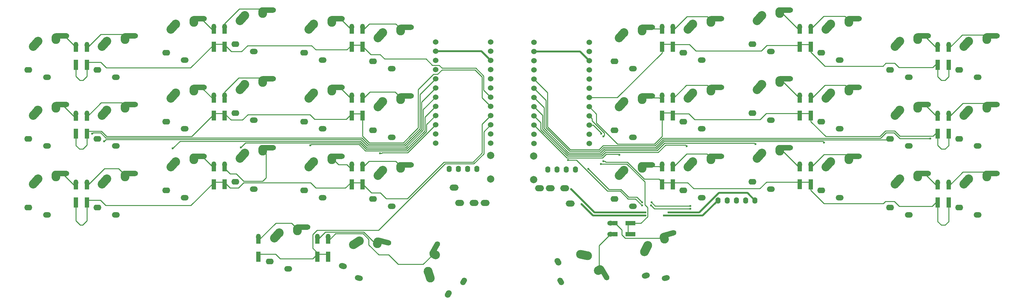
<source format=gbl>
G04 #@! TF.GenerationSoftware,KiCad,Pcbnew,(6.0.8-1)-1*
G04 #@! TF.CreationDate,2023-02-08T14:44:23+02:00*
G04 #@! TF.ProjectId,corne-light,636f726e-652d-46c6-9967-68742e6b6963,2.0*
G04 #@! TF.SameCoordinates,Original*
G04 #@! TF.FileFunction,Copper,L2,Bot*
G04 #@! TF.FilePolarity,Positive*
%FSLAX46Y46*%
G04 Gerber Fmt 4.6, Leading zero omitted, Abs format (unit mm)*
G04 Created by KiCad (PCBNEW (6.0.8-1)-1) date 2023-02-08 14:44:23*
%MOMM*%
%LPD*%
G01*
G04 APERTURE LIST*
G04 Aperture macros list*
%AMHorizOval*
0 Thick line with rounded ends*
0 $1 width*
0 $2 $3 position (X,Y) of the first rounded end (center of the circle)*
0 $4 $5 position (X,Y) of the second rounded end (center of the circle)*
0 Add line between two ends*
20,1,$1,$2,$3,$4,$5,0*
0 Add two circle primitives to create the rounded ends*
1,1,$1,$2,$3*
1,1,$1,$4,$5*%
G04 Aperture macros list end*
G04 #@! TA.AperFunction,ComponentPad*
%ADD10HorizOval,2.400000X-0.453990X-0.891007X0.453990X0.891007X0*%
G04 #@! TD*
G04 #@! TA.AperFunction,ComponentPad*
%ADD11HorizOval,1.600000X0.289778X0.077646X-0.289778X-0.077646X0*%
G04 #@! TD*
G04 #@! TA.AperFunction,ComponentPad*
%ADD12C,2.400000*%
G04 #@! TD*
G04 #@! TA.AperFunction,ComponentPad*
%ADD13HorizOval,1.500000X0.338074X0.090587X-0.338074X-0.090587X0*%
G04 #@! TD*
G04 #@! TA.AperFunction,ComponentPad*
%ADD14HorizOval,2.400000X-0.071175X0.265630X0.071175X-0.265630X0*%
G04 #@! TD*
G04 #@! TA.AperFunction,ComponentPad*
%ADD15HorizOval,1.500000X1.397264X0.387496X-1.397264X-0.387496X0*%
G04 #@! TD*
G04 #@! TA.AperFunction,ComponentPad*
%ADD16O,2.500000X1.700000*%
G04 #@! TD*
G04 #@! TA.AperFunction,ComponentPad*
%ADD17C,2.000000*%
G04 #@! TD*
G04 #@! TA.AperFunction,ComponentPad*
%ADD18O,2.200000X1.600000*%
G04 #@! TD*
G04 #@! TA.AperFunction,ComponentPad*
%ADD19HorizOval,2.400000X-0.669131X-0.743145X0.669131X0.743145X0*%
G04 #@! TD*
G04 #@! TA.AperFunction,ComponentPad*
%ADD20O,2.200000X1.500000*%
G04 #@! TD*
G04 #@! TA.AperFunction,ComponentPad*
%ADD21HorizOval,1.500000X1.449945X0.012653X-1.449945X-0.012653X0*%
G04 #@! TD*
G04 #@! TA.AperFunction,ComponentPad*
%ADD22O,2.400000X2.950000*%
G04 #@! TD*
G04 #@! TA.AperFunction,ComponentPad*
%ADD23C,1.524000*%
G04 #@! TD*
G04 #@! TA.AperFunction,ComponentPad*
%ADD24HorizOval,2.400000X-0.309017X0.951057X0.309017X-0.951057X0*%
G04 #@! TD*
G04 #@! TA.AperFunction,ComponentPad*
%ADD25HorizOval,1.600000X0.150000X0.259808X-0.150000X-0.259808X0*%
G04 #@! TD*
G04 #@! TA.AperFunction,ComponentPad*
%ADD26HorizOval,1.500000X0.175000X0.303109X-0.175000X-0.303109X0*%
G04 #@! TD*
G04 #@! TA.AperFunction,ComponentPad*
%ADD27HorizOval,2.400000X-0.238157X0.137500X0.238157X-0.137500X0*%
G04 #@! TD*
G04 #@! TA.AperFunction,ComponentPad*
%ADD28HorizOval,1.500000X0.714014X1.262016X-0.714014X-1.262016X0*%
G04 #@! TD*
G04 #@! TA.AperFunction,ComponentPad*
%ADD29HorizOval,2.400000X-0.838671X-0.544639X0.838671X0.544639X0*%
G04 #@! TD*
G04 #@! TA.AperFunction,ComponentPad*
%ADD30HorizOval,1.600000X0.289778X-0.077646X-0.289778X0.077646X0*%
G04 #@! TD*
G04 #@! TA.AperFunction,ComponentPad*
%ADD31HorizOval,1.500000X0.338074X-0.090587X-0.338074X0.090587X0*%
G04 #@! TD*
G04 #@! TA.AperFunction,ComponentPad*
%ADD32HorizOval,1.500000X1.403814X-0.363051X-1.403814X0.363051X0*%
G04 #@! TD*
G04 #@! TA.AperFunction,ComponentPad*
%ADD33HorizOval,2.400000X-0.071175X-0.265630X0.071175X0.265630X0*%
G04 #@! TD*
G04 #@! TA.AperFunction,ComponentPad*
%ADD34HorizOval,2.400000X-0.978148X0.207912X0.978148X-0.207912X0*%
G04 #@! TD*
G04 #@! TA.AperFunction,ComponentPad*
%ADD35HorizOval,1.600000X0.150000X-0.259808X-0.150000X0.259808X0*%
G04 #@! TD*
G04 #@! TA.AperFunction,ComponentPad*
%ADD36HorizOval,2.400000X-0.238157X-0.137500X0.238157X0.137500X0*%
G04 #@! TD*
G04 #@! TA.AperFunction,ComponentPad*
%ADD37HorizOval,1.500000X0.735931X-1.249362X-0.735931X1.249362X0*%
G04 #@! TD*
G04 #@! TA.AperFunction,ComponentPad*
%ADD38HorizOval,1.500000X0.175000X-0.303109X-0.175000X0.303109X0*%
G04 #@! TD*
G04 #@! TA.AperFunction,ComponentPad*
%ADD39O,1.397000X1.778000*%
G04 #@! TD*
G04 #@! TA.AperFunction,SMDPad,CuDef*
%ADD40R,1.300000X1.400000*%
G04 #@! TD*
G04 #@! TA.AperFunction,ComponentPad*
%ADD41R,1.300000X1.778000*%
G04 #@! TD*
G04 #@! TA.AperFunction,ComponentPad*
%ADD42O,1.300000X1.778000*%
G04 #@! TD*
G04 #@! TA.AperFunction,ComponentPad*
%ADD43R,1.778000X1.300000*%
G04 #@! TD*
G04 #@! TA.AperFunction,SMDPad,CuDef*
%ADD44R,1.400000X1.300000*%
G04 #@! TD*
G04 #@! TA.AperFunction,ComponentPad*
%ADD45O,1.778000X1.300000*%
G04 #@! TD*
G04 #@! TA.AperFunction,ViaPad*
%ADD46C,0.600000*%
G04 #@! TD*
G04 #@! TA.AperFunction,Conductor*
%ADD47C,0.250000*%
G04 #@! TD*
G04 #@! TA.AperFunction,Conductor*
%ADD48C,0.254000*%
G04 #@! TD*
G04 #@! TA.AperFunction,Conductor*
%ADD49C,0.508000*%
G04 #@! TD*
G04 #@! TA.AperFunction,Conductor*
%ADD50C,0.500000*%
G04 #@! TD*
G04 APERTURE END LIST*
D10*
X187308330Y-99174827D03*
D11*
X187268020Y-106632520D03*
D12*
X187734756Y-98328776D03*
D13*
X192711879Y-107244394D03*
D14*
X192357330Y-96261940D03*
D15*
X193518037Y-95184410D03*
D16*
X134414500Y-82332000D03*
X142914500Y-86532000D03*
X139914500Y-86532000D03*
X135914500Y-86532000D03*
X166407847Y-86665432D03*
X157907847Y-82465432D03*
X160907847Y-82465432D03*
X164907847Y-82465432D03*
D17*
X156374847Y-80067432D03*
X156374847Y-73567432D03*
D18*
X273584847Y-49820432D03*
D19*
X275553978Y-42627287D03*
D12*
X276184847Y-41920432D03*
D20*
X278684847Y-51820432D03*
D21*
X282584889Y-40380031D03*
D22*
X281184847Y-41120432D03*
D19*
X256553978Y-42627287D03*
D12*
X257184847Y-41920432D03*
D18*
X254584847Y-49820432D03*
D21*
X263584889Y-40380031D03*
D22*
X262184847Y-41120432D03*
D20*
X259684847Y-51820432D03*
D19*
X237553978Y-37877287D03*
D18*
X235584847Y-45070432D03*
D12*
X238184847Y-37170432D03*
D22*
X243184847Y-36370432D03*
D20*
X240684847Y-47070432D03*
D21*
X244584889Y-35630031D03*
D12*
X219184847Y-34795432D03*
D19*
X218553978Y-35502287D03*
D18*
X216584847Y-42695432D03*
D22*
X224184847Y-33995432D03*
D21*
X225584889Y-33255031D03*
D20*
X221684847Y-44695432D03*
D12*
X200184847Y-37170432D03*
D19*
X199553978Y-37877287D03*
D18*
X197584847Y-45070432D03*
D21*
X206584889Y-35630031D03*
D22*
X205184847Y-36370432D03*
D20*
X202684847Y-47070432D03*
D18*
X178584847Y-47445432D03*
D12*
X181184847Y-39545432D03*
D19*
X180553978Y-40252287D03*
D21*
X187584889Y-38005031D03*
D20*
X183684847Y-49445432D03*
D22*
X186184847Y-38745432D03*
D19*
X275553978Y-61627287D03*
D18*
X273584847Y-68820432D03*
D12*
X276184847Y-60920432D03*
D22*
X281184847Y-60120432D03*
D20*
X278684847Y-70820432D03*
D21*
X282584889Y-59380031D03*
D12*
X257184847Y-60920432D03*
D18*
X254584847Y-68820432D03*
D19*
X256553978Y-61627287D03*
D21*
X263584889Y-59380031D03*
D22*
X262184847Y-60120432D03*
D20*
X259684847Y-70820432D03*
D18*
X235584847Y-64070432D03*
D19*
X237553978Y-56877287D03*
D12*
X238184847Y-56170432D03*
D21*
X244584889Y-54630031D03*
D22*
X243184847Y-55370432D03*
D20*
X240684847Y-66070432D03*
D18*
X216584847Y-61695432D03*
D19*
X218553978Y-54502287D03*
D12*
X219184847Y-53795432D03*
D20*
X221684847Y-63695432D03*
D21*
X225584889Y-52255031D03*
D22*
X224184847Y-52995432D03*
D19*
X199553978Y-56877287D03*
D18*
X197584847Y-64070432D03*
D12*
X200184847Y-56170432D03*
D22*
X205184847Y-55370432D03*
D20*
X202684847Y-66070432D03*
D21*
X206584889Y-54630031D03*
D18*
X178584847Y-66445432D03*
D19*
X180553978Y-59252287D03*
D12*
X181184847Y-58545432D03*
D20*
X183684847Y-68445432D03*
D22*
X186184847Y-57745432D03*
D21*
X187584889Y-57005031D03*
D12*
X276184847Y-79920432D03*
D19*
X275553978Y-80627287D03*
D18*
X273584847Y-87820432D03*
D21*
X282584889Y-78380031D03*
D22*
X281184847Y-79120432D03*
D20*
X278684847Y-89820432D03*
D19*
X256553978Y-80627287D03*
D12*
X257184847Y-79920432D03*
D18*
X254584847Y-87820432D03*
D21*
X263584889Y-78380031D03*
D22*
X262184847Y-79120432D03*
D20*
X259684847Y-89820432D03*
D18*
X235584847Y-83070432D03*
D19*
X237553978Y-75877287D03*
D12*
X238184847Y-75170432D03*
D21*
X244584889Y-73630031D03*
D20*
X240684847Y-85070432D03*
D22*
X243184847Y-74370432D03*
D18*
X216584847Y-80695432D03*
D19*
X218553978Y-73502287D03*
D12*
X219184847Y-72795432D03*
D22*
X224184847Y-71995432D03*
D20*
X221684847Y-82695432D03*
D21*
X225584889Y-71255031D03*
D19*
X199553978Y-75877287D03*
D12*
X200184847Y-75170432D03*
D18*
X197584847Y-83070432D03*
D22*
X205184847Y-74370432D03*
D21*
X206584889Y-73630031D03*
D20*
X202684847Y-85070432D03*
D19*
X180553978Y-78252287D03*
D18*
X178584847Y-85445432D03*
D12*
X181184847Y-77545432D03*
D20*
X183684847Y-87445432D03*
D22*
X186184847Y-76745432D03*
D21*
X187584889Y-76005031D03*
D23*
X144503900Y-42082000D03*
X144503900Y-44622000D03*
X144503900Y-47162000D03*
X144503900Y-49702000D03*
X144503900Y-52242000D03*
X144503900Y-54782000D03*
X144503900Y-57322000D03*
X144503900Y-59862000D03*
X144503900Y-62402000D03*
X144503900Y-64942000D03*
X144503900Y-67482000D03*
X144503900Y-70022000D03*
X129283900Y-70022000D03*
X129283900Y-67482000D03*
X129283900Y-64942000D03*
X129283900Y-62402000D03*
X129283900Y-59862000D03*
X129283900Y-57322000D03*
X129283900Y-54782000D03*
X129283900Y-52242000D03*
X129283900Y-49702000D03*
X129283900Y-47162000D03*
X129283900Y-44622000D03*
X129283900Y-42082000D03*
X171674247Y-42208432D03*
X171674247Y-44748432D03*
X171674247Y-47288432D03*
X171674247Y-49828432D03*
X171674247Y-52368432D03*
X171674247Y-54908432D03*
X171674247Y-57448432D03*
X171674247Y-59988432D03*
X171674247Y-62528432D03*
X171674247Y-65068432D03*
X171674247Y-67608432D03*
X171674247Y-70148432D03*
X156454247Y-70148432D03*
X156454247Y-67608432D03*
X156454247Y-65068432D03*
X156454247Y-62528432D03*
X156454247Y-59988432D03*
X156454247Y-57448432D03*
X156454247Y-54908432D03*
X156454247Y-52368432D03*
X156454247Y-49828432D03*
X156454247Y-47288432D03*
X156454247Y-44748432D03*
X156454247Y-42208432D03*
D18*
X112087500Y-47445000D03*
D12*
X114687500Y-39545000D03*
D19*
X114056631Y-40251855D03*
D22*
X119687500Y-38745000D03*
D20*
X117187500Y-49445000D03*
D21*
X121087542Y-38004599D03*
D12*
X95687500Y-37170000D03*
D18*
X93087500Y-45070000D03*
D19*
X95056631Y-37876855D03*
D21*
X102087542Y-35629599D03*
D20*
X98187500Y-47070000D03*
D22*
X100687500Y-36370000D03*
D12*
X76687500Y-34795000D03*
D18*
X74087500Y-42695000D03*
D19*
X76056631Y-35501855D03*
D20*
X79187500Y-44695000D03*
D22*
X81687500Y-33995000D03*
D21*
X83087542Y-33254599D03*
D19*
X57056631Y-37876855D03*
D18*
X55087500Y-45070000D03*
D12*
X57687500Y-37170000D03*
D21*
X64087542Y-35629599D03*
D22*
X62687500Y-36370000D03*
D20*
X60187500Y-47070000D03*
D18*
X36087500Y-49820000D03*
D19*
X38056631Y-42626855D03*
D12*
X38687500Y-41920000D03*
D20*
X41187500Y-51820000D03*
D21*
X45087542Y-40379599D03*
D22*
X43687500Y-41120000D03*
D19*
X114056631Y-78251855D03*
D12*
X114687500Y-77545000D03*
D18*
X112087500Y-85445000D03*
D20*
X117187500Y-87445000D03*
D22*
X119687500Y-76745000D03*
D21*
X121087542Y-76004599D03*
D24*
X127520118Y-106359840D03*
D12*
X127223398Y-105460064D03*
D25*
X132764999Y-111661730D03*
D26*
X137047050Y-108245000D03*
D27*
X129030578Y-100729936D03*
D28*
X129089393Y-99147264D03*
D12*
X19687500Y-79920000D03*
D19*
X19056631Y-80626855D03*
D18*
X17087500Y-87820000D03*
D20*
X22187500Y-89820000D03*
D22*
X24687500Y-79120000D03*
D21*
X26087542Y-78379599D03*
D12*
X108307962Y-97034249D03*
D29*
X107515641Y-97553738D03*
D30*
X103751884Y-103992134D03*
D31*
X108160468Y-107243962D03*
D32*
X114888613Y-97202789D03*
D33*
X113344646Y-97555604D03*
D18*
X83587500Y-102695000D03*
D19*
X85556631Y-95501855D03*
D12*
X86187500Y-94795000D03*
D21*
X92587542Y-93254599D03*
D22*
X91187500Y-93995000D03*
D20*
X88687500Y-104695000D03*
D18*
X93087500Y-83070000D03*
D12*
X95687500Y-75170000D03*
D19*
X95056631Y-75876855D03*
D20*
X98187500Y-85070000D03*
D21*
X102087542Y-73629599D03*
D22*
X100687500Y-74370000D03*
D12*
X76687500Y-72795000D03*
D19*
X76056631Y-73501855D03*
D18*
X74087500Y-80695000D03*
D22*
X81687500Y-71995000D03*
D21*
X83087542Y-71254599D03*
D20*
X79187500Y-82695000D03*
D19*
X57056631Y-75876855D03*
D12*
X57687500Y-75170000D03*
D18*
X55087500Y-83070000D03*
D21*
X64087542Y-73629599D03*
D22*
X62687500Y-74370000D03*
D20*
X60187500Y-85070000D03*
D18*
X36087500Y-87820000D03*
D19*
X38056631Y-80626855D03*
D12*
X38687500Y-79920000D03*
D20*
X41187500Y-89820000D03*
D22*
X43687500Y-79120000D03*
D21*
X45087542Y-78379599D03*
D18*
X112087500Y-66445000D03*
D12*
X114687500Y-58545000D03*
D19*
X114056631Y-59251855D03*
D21*
X121087542Y-57004599D03*
D22*
X119687500Y-57745000D03*
D20*
X117187500Y-68445000D03*
D19*
X95056631Y-56876855D03*
D12*
X95687500Y-56170000D03*
D18*
X93087500Y-64070000D03*
D21*
X102087542Y-54629599D03*
D20*
X98187500Y-66070000D03*
D22*
X100687500Y-55370000D03*
D19*
X76056631Y-54501855D03*
D18*
X74087500Y-61695000D03*
D12*
X76687500Y-53795000D03*
D21*
X83087542Y-52254599D03*
D22*
X81687500Y-52995000D03*
D20*
X79187500Y-63695000D03*
D19*
X57056631Y-56876855D03*
D18*
X55087500Y-64070000D03*
D12*
X57687500Y-56170000D03*
D22*
X62687500Y-55370000D03*
D20*
X60187500Y-66070000D03*
D21*
X64087542Y-54629599D03*
D12*
X38687500Y-60920000D03*
D19*
X38056631Y-61626855D03*
D18*
X36087500Y-68820000D03*
D20*
X41187500Y-70820000D03*
D21*
X45087542Y-59379599D03*
D22*
X43687500Y-60120000D03*
D18*
X17087500Y-68820000D03*
D19*
X19056631Y-61626855D03*
D12*
X19687500Y-60920000D03*
D21*
X26087542Y-59379599D03*
D20*
X22187500Y-70820000D03*
D22*
X24687500Y-60120000D03*
D19*
X19056631Y-42626855D03*
D18*
X17087500Y-49820000D03*
D12*
X19687500Y-41920000D03*
D21*
X26087542Y-40379599D03*
D20*
X22187500Y-51820000D03*
D22*
X24687500Y-41120000D03*
D34*
X170221360Y-100937447D03*
D12*
X171148949Y-101130368D03*
D35*
X163007348Y-102828702D03*
D36*
X174341769Y-105060496D03*
D37*
X175682996Y-105902767D03*
D38*
X163825297Y-108245432D03*
D39*
X133028500Y-77168000D03*
X135568500Y-77168000D03*
X138108500Y-77168000D03*
X140648500Y-77168000D03*
D17*
X144504500Y-79921000D03*
X144504500Y-73421000D03*
D39*
X160257500Y-77310000D03*
X162797500Y-77310000D03*
X165337500Y-77310000D03*
X167877500Y-77310000D03*
X217302500Y-85820000D03*
X214762500Y-85820000D03*
X212222500Y-85820000D03*
X209682500Y-85820000D03*
X207142500Y-85820000D03*
D40*
X270684847Y-85695432D03*
D41*
X270684847Y-86920432D03*
D40*
X270684847Y-82145432D03*
D42*
X270684847Y-80920432D03*
D41*
X232684847Y-81920432D03*
D40*
X232684847Y-80695432D03*
D42*
X232684847Y-75920432D03*
D40*
X232684847Y-77145432D03*
X229684847Y-80690432D03*
D41*
X229684847Y-81915432D03*
D40*
X229684847Y-77140432D03*
D42*
X229684847Y-75915432D03*
D40*
X194684847Y-80695432D03*
D41*
X194684847Y-81920432D03*
D40*
X194684847Y-77145432D03*
D42*
X194684847Y-75920432D03*
D40*
X191684847Y-80695432D03*
D41*
X191684847Y-81920432D03*
D42*
X191684847Y-75920432D03*
D40*
X191684847Y-77145432D03*
D43*
X183537500Y-92145000D03*
D44*
X182312500Y-92145000D03*
X178762500Y-92145000D03*
D45*
X177537500Y-92145000D03*
D44*
X182312500Y-95145000D03*
D43*
X183537500Y-95145000D03*
D45*
X177537500Y-95145000D03*
D44*
X178762500Y-95145000D03*
D41*
X270684847Y-48920432D03*
D40*
X270684847Y-47695432D03*
D42*
X270684847Y-42920432D03*
D40*
X270684847Y-44145432D03*
D41*
X267684847Y-48920432D03*
D40*
X267684847Y-47695432D03*
D42*
X267684847Y-42920432D03*
D40*
X267684847Y-44145432D03*
D41*
X232684847Y-43920432D03*
D40*
X232684847Y-42695432D03*
D42*
X232684847Y-37920432D03*
D40*
X232684847Y-39145432D03*
X229684847Y-42690432D03*
D41*
X229684847Y-43915432D03*
D40*
X229684847Y-39140432D03*
D42*
X229684847Y-37915432D03*
D40*
X194684847Y-42695432D03*
D41*
X194684847Y-43920432D03*
D42*
X194684847Y-37920432D03*
D40*
X194684847Y-39145432D03*
D41*
X191684847Y-43920432D03*
D40*
X191684847Y-42695432D03*
X191684847Y-39145432D03*
D42*
X191684847Y-37920432D03*
D40*
X270684847Y-66695432D03*
D41*
X270684847Y-67920432D03*
D42*
X270684847Y-61920432D03*
D40*
X270684847Y-63145432D03*
D41*
X267684847Y-67920432D03*
D40*
X267684847Y-66695432D03*
X267684847Y-63145432D03*
D42*
X267684847Y-61920432D03*
D41*
X232684847Y-62920432D03*
D40*
X232684847Y-61695432D03*
X232684847Y-58145432D03*
D42*
X232684847Y-56920432D03*
D41*
X229684847Y-62915432D03*
D40*
X229684847Y-61690432D03*
X229684847Y-58140432D03*
D42*
X229684847Y-56915432D03*
D40*
X194684847Y-61695432D03*
D41*
X194684847Y-62920432D03*
D40*
X194684847Y-58145432D03*
D42*
X194684847Y-56920432D03*
D40*
X33187500Y-85695000D03*
D41*
X33187500Y-86920000D03*
D42*
X33187500Y-80920000D03*
D40*
X33187500Y-82145000D03*
D41*
X33187500Y-67920000D03*
D40*
X33187500Y-66695000D03*
X33187500Y-63145000D03*
D42*
X33187500Y-61920000D03*
D40*
X33187500Y-47695000D03*
D41*
X33187500Y-48920000D03*
D40*
X33187500Y-44145000D03*
D42*
X33187500Y-42920000D03*
D40*
X191684847Y-61695432D03*
D41*
X191684847Y-62920432D03*
D42*
X191684847Y-56920432D03*
D40*
X191684847Y-58145432D03*
D41*
X99687500Y-101905000D03*
D40*
X99687500Y-100680000D03*
D42*
X99687500Y-95905000D03*
D40*
X99687500Y-97130000D03*
D41*
X96687500Y-101905000D03*
D40*
X96687500Y-100680000D03*
X96687500Y-97130000D03*
D42*
X96687500Y-95905000D03*
D41*
X80507500Y-101910000D03*
D40*
X80507500Y-100685000D03*
D42*
X80507500Y-95910000D03*
D40*
X80507500Y-97135000D03*
D41*
X109187500Y-81920000D03*
D40*
X109187500Y-80695000D03*
D42*
X109187500Y-75920000D03*
D40*
X109187500Y-77145000D03*
X106187500Y-80695000D03*
D41*
X106187500Y-81920000D03*
D40*
X106187500Y-77145000D03*
D42*
X106187500Y-75920000D03*
D41*
X71187500Y-81915000D03*
D40*
X71187500Y-80690000D03*
X71187500Y-77140000D03*
D42*
X71187500Y-75915000D03*
D41*
X68187500Y-81920000D03*
D40*
X68187500Y-80695000D03*
D42*
X68187500Y-75920000D03*
D40*
X68187500Y-77145000D03*
D41*
X30187500Y-86916875D03*
D40*
X30187500Y-85691875D03*
X30187500Y-82141875D03*
D42*
X30187500Y-80916875D03*
D40*
X109187500Y-61695000D03*
D41*
X109187500Y-62920000D03*
D42*
X109187500Y-56920000D03*
D40*
X109187500Y-58145000D03*
X106187500Y-61695000D03*
D41*
X106187500Y-62920000D03*
D40*
X106187500Y-58145000D03*
D42*
X106187500Y-56920000D03*
D40*
X71187500Y-61690000D03*
D41*
X71187500Y-62915000D03*
D40*
X71187500Y-58140000D03*
D42*
X71187500Y-56915000D03*
D41*
X68187500Y-62920000D03*
D40*
X68187500Y-61695000D03*
X68187500Y-58145000D03*
D42*
X68187500Y-56920000D03*
D40*
X30187500Y-66691875D03*
D41*
X30187500Y-67916875D03*
D42*
X30187500Y-61916875D03*
D40*
X30187500Y-63141875D03*
D41*
X109187500Y-43920000D03*
D40*
X109187500Y-42695000D03*
D42*
X109187500Y-37920000D03*
D40*
X109187500Y-39145000D03*
D41*
X106187500Y-43920000D03*
D40*
X106187500Y-42695000D03*
D42*
X106187500Y-37920000D03*
D40*
X106187500Y-39145000D03*
D41*
X71187500Y-43915000D03*
D40*
X71187500Y-42690000D03*
X71187500Y-39140000D03*
D42*
X71187500Y-37915000D03*
D41*
X68187500Y-43920000D03*
D40*
X68187500Y-42695000D03*
D42*
X68187500Y-37920000D03*
D40*
X68187500Y-39145000D03*
X30187500Y-47691875D03*
D41*
X30187500Y-48916875D03*
D40*
X30187500Y-44141875D03*
D42*
X30187500Y-42916875D03*
D41*
X267684847Y-86920432D03*
D40*
X267684847Y-85695432D03*
D42*
X267684847Y-80920432D03*
D40*
X267684847Y-82145432D03*
D46*
X34697500Y-67410000D03*
X37984500Y-69494000D03*
X56884500Y-71461010D03*
X75637500Y-71190000D03*
X94797500Y-70620000D03*
X113984500Y-72835062D03*
X175514847Y-75010432D03*
X175514847Y-68200433D03*
X174894847Y-75770432D03*
X174964847Y-67370432D03*
X188712500Y-87245000D03*
X165812500Y-74706931D03*
X199512500Y-88144503D03*
X186212500Y-87245000D03*
X188812500Y-86345000D03*
X171412500Y-77145000D03*
X199512500Y-87345000D03*
X186212500Y-86345000D03*
X265644847Y-68717442D03*
X236382717Y-69847442D03*
X217444847Y-70301453D03*
X198523797Y-70834414D03*
X179944847Y-73240420D03*
X187112500Y-89145000D03*
X166676412Y-82708912D03*
X193512500Y-89145000D03*
X192212500Y-90045000D03*
X187112500Y-90045000D03*
X169512500Y-86845000D03*
D47*
X180612500Y-93995000D02*
X180612500Y-95345000D01*
X178762500Y-92145000D02*
X180612500Y-93995000D01*
X181529440Y-96261940D02*
X192357330Y-96261940D01*
X180612500Y-95345000D02*
X181529440Y-96261940D01*
X182312500Y-92145000D02*
X182312500Y-95145000D01*
D48*
X174894847Y-75770432D02*
X182015864Y-75770432D01*
X182015864Y-75770432D02*
X186974847Y-80729415D01*
X186974847Y-80729415D02*
X186974847Y-87070432D01*
X186974847Y-87070432D02*
X187739500Y-87835085D01*
X185899212Y-92145000D02*
X183537500Y-92145000D01*
X187739500Y-87835085D02*
X187739500Y-90304712D01*
X187739500Y-90304712D02*
X185899212Y-92145000D01*
D47*
X174341769Y-105060496D02*
X174341769Y-98340731D01*
X174341769Y-98340731D02*
X177537500Y-95145000D01*
D48*
X174604256Y-104955137D02*
X174857711Y-104701682D01*
D47*
X106187500Y-43920000D02*
X106187500Y-42695000D01*
D48*
X106197500Y-42785000D02*
X106322500Y-42910000D01*
D47*
X30187500Y-48916875D02*
X30187500Y-47691875D01*
D48*
X37020500Y-47660000D02*
X38574500Y-49214000D01*
X109197500Y-42910000D02*
X109197500Y-43285000D01*
D47*
X71187500Y-43915000D02*
X71187500Y-42690000D01*
X31309869Y-52660000D02*
X30197500Y-51547631D01*
X68187500Y-43920000D02*
X68187500Y-42695000D01*
X30197500Y-51547631D02*
X30197500Y-48926875D01*
D48*
X140384500Y-49294000D02*
X142548511Y-51458011D01*
X95134500Y-43064000D02*
X96294500Y-44224000D01*
X96294500Y-44224000D02*
X104883500Y-44224000D01*
X106322500Y-42910000D02*
X109187500Y-42910000D01*
X126674500Y-46774000D02*
X128384500Y-48484000D01*
D47*
X33197500Y-51547631D02*
X32085131Y-52660000D01*
X32085131Y-52660000D02*
X31309869Y-52660000D01*
D48*
X131084500Y-49294000D02*
X140384500Y-49294000D01*
X115254500Y-46774000D02*
X126674500Y-46774000D01*
X77484500Y-43064000D02*
X95134500Y-43064000D01*
X70947500Y-42660000D02*
X73001500Y-44714000D01*
X128384500Y-48484000D02*
X130274500Y-48484000D01*
X61768500Y-49214000D02*
X68322500Y-42660000D01*
X68322500Y-42660000D02*
X70947500Y-42660000D01*
X104883500Y-44224000D02*
X106197500Y-42910000D01*
X73001500Y-44714000D02*
X75834500Y-44714000D01*
X142548511Y-51458011D02*
X142548511Y-55366611D01*
X113994500Y-45514000D02*
X115254500Y-46774000D01*
X142548511Y-55366611D02*
X143741901Y-56560001D01*
X33184375Y-48916875D02*
X33187500Y-48920000D01*
X109197500Y-43285000D02*
X111426500Y-45514000D01*
X75834500Y-44714000D02*
X77484500Y-43064000D01*
X143741901Y-56560001D02*
X144503900Y-57322000D01*
X38574500Y-49214000D02*
X61768500Y-49214000D01*
D47*
X109187500Y-43920000D02*
X109187500Y-42695000D01*
X30197500Y-48926875D02*
X30187500Y-48916875D01*
D48*
X111426500Y-45514000D02*
X113994500Y-45514000D01*
D47*
X33197500Y-48930000D02*
X33197500Y-51547631D01*
X33187500Y-48920000D02*
X33187500Y-47695000D01*
D48*
X130274500Y-48484000D02*
X131084500Y-49294000D01*
D47*
X33187500Y-48920000D02*
X33197500Y-48930000D01*
D48*
X33197500Y-47660000D02*
X37020500Y-47660000D01*
X30197500Y-43535000D02*
X30197500Y-44285000D01*
D47*
X30187500Y-44141875D02*
X30197500Y-44131875D01*
D48*
X27502500Y-40840000D02*
X30197500Y-43535000D01*
X24727500Y-40840000D02*
X27502500Y-40840000D01*
D47*
X30187500Y-42916875D02*
X30187500Y-44141875D01*
D48*
X140184500Y-49794000D02*
X142094500Y-51704000D01*
X142094500Y-57452600D02*
X143741901Y-59100001D01*
X72911500Y-63624000D02*
X76104500Y-63624000D01*
D47*
X109187500Y-64059000D02*
X109187500Y-62920000D01*
X109187500Y-68097000D02*
X109187500Y-64059000D01*
X33187500Y-67920000D02*
X33187500Y-66695000D01*
D48*
X124520489Y-65828011D02*
X124520490Y-55198010D01*
D47*
X109187500Y-62920000D02*
X109187500Y-61695000D01*
X32097762Y-71660000D02*
X31197500Y-71660000D01*
D48*
X109187500Y-61910000D02*
X109187500Y-62920000D01*
D47*
X33197500Y-70560262D02*
X32097762Y-71660000D01*
D48*
X71197500Y-61910000D02*
X72911500Y-63624000D01*
X143741901Y-59100001D02*
X144503900Y-59862000D01*
D47*
X30197500Y-70660000D02*
X30197500Y-67926875D01*
D48*
X122154500Y-68194000D02*
X124520489Y-65828011D01*
X142094500Y-51704000D02*
X142094500Y-57452600D01*
X38608459Y-68127959D02*
X62104541Y-68127959D01*
X68447500Y-61785000D02*
X71197500Y-61785000D01*
X76104500Y-63624000D02*
X77604500Y-62124000D01*
X33187500Y-66777000D02*
X33256511Y-66707989D01*
D47*
X71187500Y-62915000D02*
X71187500Y-61690000D01*
X106187500Y-62920000D02*
X106187500Y-61695000D01*
D48*
X71197500Y-61785000D02*
X71197500Y-61910000D01*
X129874500Y-51004000D02*
X131084500Y-49794000D01*
D47*
X30197500Y-67926875D02*
X30187500Y-67916875D01*
D48*
X95994500Y-63414000D02*
X104693500Y-63414000D01*
D47*
X110996440Y-69905940D02*
X109187500Y-68097000D01*
X31197500Y-71660000D02*
X30197500Y-70660000D01*
D48*
X104693500Y-63414000D02*
X106197500Y-61910000D01*
X106197500Y-61910000D02*
X109187500Y-61910000D01*
D47*
X33197500Y-67930000D02*
X33197500Y-70560262D01*
D48*
X131084500Y-49794000D02*
X140184500Y-49794000D01*
X33187500Y-67920000D02*
X33187500Y-66777000D01*
D47*
X30187500Y-67916875D02*
X30187500Y-66691875D01*
D48*
X37188489Y-66707989D02*
X38608459Y-68127959D01*
X128714500Y-51004000D02*
X129874500Y-51004000D01*
D47*
X120442560Y-69905940D02*
X110996440Y-69905940D01*
X122154500Y-68194000D02*
X120442560Y-69905940D01*
X68187500Y-62920000D02*
X68187500Y-61695000D01*
D48*
X77604500Y-62124000D02*
X94704500Y-62124000D01*
D47*
X33187500Y-67920000D02*
X33197500Y-67930000D01*
D48*
X33256511Y-66707989D02*
X37188489Y-66707989D01*
X33184375Y-67916875D02*
X33187500Y-67920000D01*
X62104541Y-68127959D02*
X68447500Y-61785000D01*
X124520490Y-55198010D02*
X128714500Y-51004000D01*
X94704500Y-62124000D02*
X95994500Y-63414000D01*
X42837500Y-39950000D02*
X37032500Y-39950000D01*
X37032500Y-39950000D02*
X33197500Y-43785000D01*
X33197500Y-43785000D02*
X33197500Y-44160000D01*
X43727500Y-40840000D02*
X42837500Y-39950000D01*
D47*
X33187500Y-42920000D02*
X33187500Y-44145000D01*
D48*
X68177500Y-80930000D02*
X68322500Y-80785000D01*
D47*
X30187500Y-86916875D02*
X30187500Y-85691875D01*
D48*
X72701500Y-82414000D02*
X74943500Y-82414000D01*
X108947500Y-80910000D02*
X109197500Y-81160000D01*
X143741901Y-63163999D02*
X144503900Y-62402000D01*
D47*
X114087500Y-83710000D02*
X115727500Y-85350000D01*
X30197500Y-86926875D02*
X30197500Y-91472500D01*
X33187500Y-86920000D02*
X33187500Y-85695000D01*
D48*
X139624500Y-75274000D02*
X142124500Y-72774000D01*
X115847500Y-85350000D02*
X121555900Y-85350000D01*
D47*
X115727500Y-85350000D02*
X115837500Y-85350000D01*
D48*
X71072500Y-80785000D02*
X72701500Y-82414000D01*
X33447500Y-85785000D02*
X36935500Y-85785000D01*
X33322500Y-85910000D02*
X33447500Y-85785000D01*
X36935500Y-85785000D02*
X38384500Y-87234000D01*
X121555900Y-85350000D02*
X131631900Y-75274000D01*
D47*
X109197500Y-81035000D02*
X109197500Y-81285000D01*
D48*
X131631900Y-75274000D02*
X139624500Y-75274000D01*
D47*
X109197500Y-81285000D02*
X111622500Y-83710000D01*
X30187500Y-86916875D02*
X30197500Y-86926875D01*
D48*
X74943500Y-82414000D02*
X76393500Y-80964000D01*
X96334500Y-82424000D02*
X104433500Y-82424000D01*
D47*
X33197500Y-86930000D02*
X33187500Y-86920000D01*
X106187500Y-80695000D02*
X106187500Y-81920000D01*
X109187500Y-81920000D02*
X109187500Y-80695000D01*
X32010000Y-92660000D02*
X33197500Y-91472500D01*
D48*
X68072500Y-81035000D02*
X68072500Y-80785000D01*
D47*
X30197500Y-91472500D02*
X31385000Y-92660000D01*
D48*
X38384500Y-87234000D02*
X61873500Y-87234000D01*
X109197500Y-81160000D02*
X109322500Y-81160000D01*
X94874500Y-80964000D02*
X96334500Y-82424000D01*
X142124500Y-72774000D02*
X142124500Y-64781400D01*
X61873500Y-87234000D02*
X68072500Y-81035000D01*
X76393500Y-80964000D02*
X94874500Y-80964000D01*
D47*
X68187500Y-81920000D02*
X68187500Y-80695000D01*
D48*
X104433500Y-82424000D02*
X105947500Y-80910000D01*
X105947500Y-80910000D02*
X108947500Y-80910000D01*
D47*
X33197500Y-91472500D02*
X33197500Y-86930000D01*
D48*
X68322500Y-80785000D02*
X71072500Y-80785000D01*
D47*
X71187500Y-81915000D02*
X71187500Y-80690000D01*
X31385000Y-92660000D02*
X32010000Y-92660000D01*
X111622500Y-83710000D02*
X114087500Y-83710000D01*
D48*
X142124500Y-64781400D02*
X143741901Y-63163999D01*
D47*
X68187500Y-37920000D02*
X68187500Y-39145000D01*
D48*
X65127500Y-36090000D02*
X68072500Y-39035000D01*
X62727500Y-36090000D02*
X65127500Y-36090000D01*
D47*
X96687500Y-101905000D02*
X96687500Y-100680000D01*
D48*
X86465500Y-101905000D02*
X95452500Y-101905000D01*
X139812558Y-75728010D02*
X131950489Y-75728011D01*
X109995547Y-94085979D02*
X101210212Y-94085980D01*
X96697500Y-100660000D02*
X99572500Y-100660000D01*
X99572500Y-100660000D02*
X99697500Y-100785000D01*
X131950489Y-75728011D02*
X113584500Y-94094000D01*
X110003568Y-94094000D02*
X109995547Y-94085979D01*
X142578511Y-66867389D02*
X142578511Y-72962057D01*
X101202192Y-94094000D02*
X96638500Y-94094000D01*
X96638500Y-94094000D02*
X95484500Y-95248000D01*
X144503900Y-64942000D02*
X142578511Y-66867389D01*
X85220500Y-100660000D02*
X86465500Y-101905000D01*
X142578511Y-72962057D02*
X139812558Y-75728010D01*
X95452500Y-101905000D02*
X96697500Y-100660000D01*
X113584500Y-94094000D02*
X110003568Y-94094000D01*
X95484500Y-95248000D02*
X95484500Y-99072000D01*
X101210212Y-94085980D02*
X101202192Y-94094000D01*
X80572500Y-100660000D02*
X85220500Y-100660000D01*
D47*
X80507500Y-101910000D02*
X80507500Y-100685000D01*
D48*
X95484500Y-99072000D02*
X96687500Y-100275000D01*
D47*
X99687500Y-101905000D02*
X99687500Y-100680000D01*
D48*
X75257500Y-32950000D02*
X71197500Y-37010000D01*
D47*
X71187500Y-37915000D02*
X71187500Y-39140000D01*
D48*
X81727500Y-33715000D02*
X80962500Y-32950000D01*
X80962500Y-32950000D02*
X75257500Y-32950000D01*
X71197500Y-37010000D02*
X71197500Y-39035000D01*
X103502500Y-36090000D02*
X106197500Y-38785000D01*
X106197500Y-38785000D02*
X106197500Y-39160000D01*
X100727500Y-36090000D02*
X103502500Y-36090000D01*
D47*
X106187500Y-37920000D02*
X106187500Y-39145000D01*
D48*
X118342500Y-37080000D02*
X111027500Y-37080000D01*
X109197500Y-38910000D02*
X109197500Y-39035000D01*
X111027500Y-37080000D02*
X109197500Y-38910000D01*
X119727500Y-38465000D02*
X118342500Y-37080000D01*
D47*
X109187500Y-37920000D02*
X109187500Y-39145000D01*
X30187500Y-61916875D02*
X30187500Y-63141875D01*
D48*
X26867500Y-59840000D02*
X30187500Y-63160000D01*
X24727500Y-59840000D02*
X26867500Y-59840000D01*
X42757500Y-58870000D02*
X37112500Y-58870000D01*
X37112500Y-58870000D02*
X33187500Y-62795000D01*
X33187500Y-62795000D02*
X33187500Y-63035000D01*
D47*
X33187500Y-61920000D02*
X33187500Y-63145000D01*
D48*
X43727500Y-59840000D02*
X42757500Y-58870000D01*
D47*
X68187500Y-56920000D02*
X68187500Y-58145000D01*
D48*
X62727500Y-55090000D02*
X65252500Y-55090000D01*
X65252500Y-55090000D02*
X68072500Y-57910000D01*
X75077500Y-52000000D02*
X71187500Y-55890000D01*
X81012500Y-52000000D02*
X75077500Y-52000000D01*
X71187500Y-55890000D02*
X71187500Y-56915000D01*
X81727500Y-52715000D02*
X81012500Y-52000000D01*
D47*
X71187500Y-56915000D02*
X71187500Y-58140000D01*
D48*
X106197500Y-57910000D02*
X106197500Y-58035000D01*
X103377500Y-55090000D02*
X106197500Y-57910000D01*
X100727500Y-55090000D02*
X103377500Y-55090000D01*
D47*
X106187500Y-56920000D02*
X106187500Y-58145000D01*
D48*
X119727500Y-57465000D02*
X118172500Y-55910000D01*
D47*
X109187500Y-56920000D02*
X109187500Y-58145000D01*
D48*
X118172500Y-55910000D02*
X111197500Y-55910000D01*
X111197500Y-55910000D02*
X109197500Y-57910000D01*
D47*
X30187500Y-80916875D02*
X30187500Y-82141875D01*
D48*
X26877500Y-78840000D02*
X30072500Y-82035000D01*
X24727500Y-78840000D02*
X26877500Y-78840000D01*
X38087500Y-77020000D02*
X34322500Y-80785000D01*
X34322500Y-80785000D02*
X34312500Y-80785000D01*
X41907500Y-77020000D02*
X38087500Y-77020000D01*
X43727500Y-78840000D02*
X41907500Y-77020000D01*
D47*
X33187500Y-80920000D02*
X33187500Y-82145000D01*
D48*
X34312500Y-80785000D02*
X33187500Y-81910000D01*
X65377500Y-74090000D02*
X68187500Y-76900000D01*
X62727500Y-74090000D02*
X65377500Y-74090000D01*
D47*
X68187500Y-75920000D02*
X68187500Y-77145000D01*
D48*
X68187500Y-76900000D02*
X68187500Y-77035000D01*
D47*
X74417500Y-78520000D02*
X72677500Y-78520000D01*
X72677500Y-78520000D02*
X71211500Y-77054000D01*
X82557500Y-72865000D02*
X82557500Y-79575000D01*
X71187500Y-75915000D02*
X71187500Y-77140000D01*
X81687500Y-71995000D02*
X82557500Y-72865000D01*
X71211500Y-77054000D02*
X71187500Y-77054000D01*
X81622500Y-80510000D02*
X76407500Y-80510000D01*
X82557500Y-79575000D02*
X81622500Y-80510000D01*
X76407500Y-80510000D02*
X74417500Y-78520000D01*
D48*
X104832500Y-75920000D02*
X106072500Y-77160000D01*
D47*
X106187500Y-75920000D02*
X106187500Y-77145000D01*
D48*
X102557500Y-75920000D02*
X104832500Y-75920000D01*
X100727500Y-74090000D02*
X102557500Y-75920000D01*
D47*
X109187500Y-75920000D02*
X109187500Y-77145000D01*
D48*
X109197500Y-76785000D02*
X109197500Y-77160000D01*
X118312500Y-75050000D02*
X110932500Y-75050000D01*
X119727500Y-76465000D02*
X118312500Y-75050000D01*
X110932500Y-75050000D02*
X109197500Y-76785000D01*
X89592500Y-92080000D02*
X85277500Y-92080000D01*
X80572500Y-96785000D02*
X80572500Y-97035000D01*
X91227500Y-93715000D02*
X89592500Y-92080000D01*
D47*
X80507500Y-95910000D02*
X80507500Y-97135000D01*
X80507500Y-97135000D02*
X80447500Y-97075000D01*
D48*
X85277500Y-92080000D02*
X80572500Y-96785000D01*
X113455752Y-97295497D02*
X112242997Y-97295497D01*
D47*
X96687500Y-95905000D02*
X96687500Y-97130000D01*
D48*
X101398270Y-94539990D02*
X101390249Y-94548011D01*
X109487490Y-94539990D02*
X101398270Y-94539990D01*
X96822500Y-96660000D02*
X96822500Y-97035000D01*
X101390249Y-94548011D02*
X98934489Y-94548011D01*
X112242997Y-97295497D02*
X109487490Y-94539990D01*
X98934489Y-94548011D02*
X96822500Y-96660000D01*
X116380500Y-100880000D02*
X113647500Y-100880000D01*
X109307454Y-95002022D02*
X101730478Y-95002022D01*
X118974500Y-103474000D02*
X116380500Y-100880000D01*
X101730478Y-95002022D02*
X99822500Y-96910000D01*
X110897500Y-98130000D02*
X110897500Y-96592068D01*
X110897500Y-96592068D02*
X109307454Y-95002022D01*
D47*
X99687500Y-95905000D02*
X99687500Y-97130000D01*
D48*
X125889386Y-103474000D02*
X118974500Y-103474000D01*
X128808091Y-100555295D02*
X125889386Y-103474000D01*
X113647500Y-100880000D02*
X110897500Y-98130000D01*
D49*
X129283900Y-44622000D02*
X141963900Y-44622000D01*
X141963900Y-44622000D02*
X144503900Y-47162000D01*
D47*
X109083740Y-68674000D02*
X109074500Y-68674000D01*
X108980496Y-68579970D02*
X38421230Y-68579970D01*
X122321573Y-68693987D02*
X120659611Y-70355949D01*
X37001260Y-67160000D02*
X34947500Y-67160000D01*
D48*
X129283900Y-52242000D02*
X124974500Y-56551400D01*
D47*
X38421230Y-68579970D02*
X37001260Y-67160000D01*
X120659611Y-70355949D02*
X110765689Y-70355949D01*
X34947500Y-67160000D02*
X34697500Y-67410000D01*
X110765689Y-70355949D02*
X109083740Y-68674000D01*
D48*
X124974500Y-56551400D02*
X124974500Y-66041060D01*
D47*
X109076535Y-68676009D02*
X108980496Y-68579970D01*
D48*
X124974500Y-66041060D02*
X122321573Y-68693987D01*
X38446522Y-69031978D02*
X38284499Y-69194001D01*
X108783238Y-69031978D02*
X38446522Y-69031978D01*
X125428510Y-66229115D02*
X120849665Y-70807959D01*
X120849665Y-70807959D02*
X110559219Y-70807959D01*
X38284499Y-69194001D02*
X37984500Y-69494000D01*
X129283900Y-54782000D02*
X125428511Y-58637389D01*
X125428511Y-58637389D02*
X125428510Y-66229115D01*
X110559219Y-70807959D02*
X108783238Y-69031978D01*
X108595181Y-69485989D02*
X58859521Y-69485989D01*
X125882521Y-60723379D02*
X125882520Y-66417173D01*
X129283900Y-57322000D02*
X125882521Y-60723379D01*
X121037723Y-71261970D02*
X110371161Y-71261969D01*
X58859521Y-69485989D02*
X57184499Y-71161011D01*
X110371161Y-71261969D02*
X108595181Y-69485989D01*
X57184499Y-71161011D02*
X56884500Y-71461010D01*
X125882520Y-66417173D02*
X121037723Y-71261970D01*
X108407124Y-69940000D02*
X110183103Y-71715979D01*
X75637500Y-71190000D02*
X76887500Y-69940000D01*
X76887500Y-69940000D02*
X108407124Y-69940000D01*
X110183103Y-71715979D02*
X121225781Y-71715981D01*
X121225781Y-71715981D02*
X126336530Y-66605234D01*
X126336530Y-66605234D02*
X126336531Y-62809369D01*
X126336531Y-62809369D02*
X129283900Y-59862000D01*
X108207500Y-70400000D02*
X95017500Y-70400000D01*
X95017500Y-70400000D02*
X94797500Y-70620000D01*
X109977489Y-72169989D02*
X108207500Y-70400000D01*
X129283900Y-62402000D02*
X126790541Y-64895359D01*
X121413843Y-72169989D02*
X109977489Y-72169989D01*
X126790541Y-64895359D02*
X126790540Y-66793292D01*
X126790540Y-66793292D02*
X121413843Y-72169989D01*
X129283900Y-64942000D02*
X121601900Y-72624000D01*
X121601900Y-72624000D02*
X114619826Y-72624000D01*
X114408764Y-72835062D02*
X113984500Y-72835062D01*
X114619826Y-72624000D02*
X114408764Y-72835062D01*
X281224847Y-40840432D02*
X280524415Y-40140000D01*
X270684847Y-43922653D02*
X270684847Y-44035000D01*
X280524415Y-40140000D02*
X274467500Y-40140000D01*
X274467500Y-40140000D02*
X270684847Y-43922653D01*
D47*
X270684847Y-42920432D02*
X270684847Y-44145432D01*
X194684847Y-43920432D02*
X194684847Y-42695432D01*
D48*
X201029847Y-44530432D02*
X199284415Y-42785000D01*
X229322500Y-42785000D02*
X229127068Y-42980432D01*
D47*
X267684847Y-48920432D02*
X267684847Y-51647347D01*
D48*
X232684847Y-44880432D02*
X232684847Y-42785000D01*
X253384847Y-47950432D02*
X252574847Y-48760432D01*
X219074847Y-44530432D02*
X201029847Y-44530432D01*
X267697500Y-47660000D02*
X267697500Y-47722500D01*
X266289568Y-49130432D02*
X256984847Y-49130432D01*
D47*
X270684847Y-51672653D02*
X270684847Y-48920432D01*
D48*
X191684847Y-45102653D02*
X179339068Y-57448432D01*
X191684847Y-42660000D02*
X191684847Y-45102653D01*
X252574847Y-48760432D02*
X236564847Y-48760432D01*
X255804847Y-47950432D02*
X253384847Y-47950432D01*
D47*
X268697500Y-52660000D02*
X269697500Y-52660000D01*
D48*
X179339068Y-57448432D02*
X171674247Y-57448432D01*
X220624847Y-42980432D02*
X219074847Y-44530432D01*
D47*
X270684847Y-48920432D02*
X270684847Y-47695432D01*
D48*
X256984847Y-49130432D02*
X255804847Y-47950432D01*
X236564847Y-48760432D02*
X232684847Y-44880432D01*
X194976636Y-42660000D02*
X191684847Y-42660000D01*
X229572500Y-42785000D02*
X229322500Y-42785000D01*
D47*
X269697500Y-52660000D02*
X270684847Y-51672653D01*
D48*
X229697500Y-42785000D02*
X229684847Y-42797653D01*
X267697500Y-47722500D02*
X266289568Y-49130432D01*
X232684847Y-42897347D02*
X232572500Y-42785000D01*
D47*
X232684847Y-43920432D02*
X232684847Y-42695432D01*
D48*
X199284415Y-42785000D02*
X195101636Y-42785000D01*
X195101636Y-42785000D02*
X194976636Y-42660000D01*
X229127068Y-42980432D02*
X220624847Y-42980432D01*
X270684847Y-47967932D02*
X270684847Y-48920432D01*
D47*
X191684847Y-43920432D02*
X191684847Y-42695432D01*
X229684847Y-43915432D02*
X229684847Y-42690432D01*
X267684847Y-51647347D02*
X268697500Y-52660000D01*
X267684847Y-48920432D02*
X267684847Y-47695432D01*
D48*
X232572500Y-42785000D02*
X229697500Y-42785000D01*
X262224847Y-40840432D02*
X264490279Y-40840432D01*
D47*
X267684847Y-42920432D02*
X267684847Y-44145432D01*
D48*
X264490279Y-40840432D02*
X267684847Y-44035000D01*
X236242500Y-34990000D02*
X232684847Y-38547653D01*
D47*
X232684847Y-37920432D02*
X232684847Y-39145432D01*
D48*
X243224847Y-36090432D02*
X242124415Y-34990000D01*
X242124415Y-34990000D02*
X236242500Y-34990000D01*
X232684847Y-38547653D02*
X232684847Y-39035000D01*
X224224847Y-33715432D02*
X224377932Y-33715432D01*
X224377932Y-33715432D02*
X229697500Y-39035000D01*
D47*
X229684847Y-37915432D02*
X229684847Y-39140432D01*
X194684847Y-37920432D02*
X194684847Y-39145432D01*
D48*
X204154415Y-35020000D02*
X198587500Y-35020000D01*
X194684847Y-38922653D02*
X194684847Y-39160000D01*
X198587500Y-35020000D02*
X194684847Y-38922653D01*
X205224847Y-36090432D02*
X204154415Y-35020000D01*
X191127932Y-38465432D02*
X191697500Y-39035000D01*
D47*
X191684847Y-37920432D02*
X191684847Y-39145432D01*
D48*
X186224847Y-38465432D02*
X191127932Y-38465432D01*
X173644847Y-64440432D02*
X179464847Y-70260432D01*
X194644415Y-61660000D02*
X194894415Y-61910000D01*
X220444847Y-61830432D02*
X229527068Y-61830432D01*
D47*
X269697500Y-71660000D02*
X270684847Y-70672653D01*
D48*
X236821847Y-68200432D02*
X232684847Y-64063432D01*
X173644847Y-61959032D02*
X173644847Y-64440432D01*
D47*
X270684847Y-70672653D02*
X270684847Y-67920432D01*
D48*
X194894415Y-61910000D02*
X199104415Y-61910000D01*
X232684847Y-64063432D02*
X232684847Y-61785000D01*
X257274847Y-68090432D02*
X255840836Y-66656421D01*
X180817267Y-70260432D02*
X189524847Y-70260432D01*
D47*
X191684847Y-68150432D02*
X191684847Y-62920432D01*
D48*
X229527068Y-61830432D02*
X229697500Y-61660000D01*
X191697500Y-61660000D02*
X194644415Y-61660000D01*
D47*
X267684847Y-70647347D02*
X268697500Y-71660000D01*
X191684847Y-62920432D02*
X191684847Y-61695432D01*
D48*
X267822500Y-66660000D02*
X266392068Y-68090432D01*
X255840836Y-66656421D02*
X253258858Y-66656421D01*
X251714847Y-68200432D02*
X236821847Y-68200432D01*
D47*
X267684847Y-67920432D02*
X267684847Y-66695432D01*
D48*
X218734847Y-63540432D02*
X220444847Y-61830432D01*
X191684847Y-62920432D02*
X191684847Y-61672653D01*
X200734847Y-63540432D02*
X218734847Y-63540432D01*
X253258858Y-66656421D02*
X251714847Y-68200432D01*
X179464847Y-70260432D02*
X180817267Y-70260432D01*
D47*
X194684847Y-62920432D02*
X194684847Y-61695432D01*
X189566858Y-70268421D02*
X191684847Y-68150432D01*
D48*
X191684847Y-61672653D02*
X191697500Y-61660000D01*
D47*
X270684847Y-67920432D02*
X270684847Y-66695432D01*
X232684847Y-62920432D02*
X232684847Y-61695432D01*
D48*
X232684847Y-61785000D02*
X229572500Y-61785000D01*
X171674247Y-59988432D02*
X173644847Y-61959032D01*
X199104415Y-61910000D02*
X200734847Y-63540432D01*
D47*
X267684847Y-67920432D02*
X267684847Y-70647347D01*
D48*
X270684847Y-66967932D02*
X270684847Y-67920432D01*
X266392068Y-68090432D02*
X257274847Y-68090432D01*
D47*
X229684847Y-62915432D02*
X229684847Y-61690432D01*
X268697500Y-71660000D02*
X269697500Y-71660000D01*
D48*
X280374415Y-58990000D02*
X274617500Y-58990000D01*
D47*
X270684847Y-61920432D02*
X270684847Y-63145432D01*
D48*
X270697500Y-62910000D02*
X270697500Y-63035000D01*
X274617500Y-58990000D02*
X270697500Y-62910000D01*
X281224847Y-59840432D02*
X280374415Y-58990000D01*
X264615279Y-59840432D02*
X267684847Y-62910000D01*
X262224847Y-59840432D02*
X264615279Y-59840432D01*
D47*
X267684847Y-61920432D02*
X267684847Y-63145432D01*
D48*
X236587500Y-54020000D02*
X232697500Y-57910000D01*
X242154415Y-54020000D02*
X236587500Y-54020000D01*
X243224847Y-55090432D02*
X242154415Y-54020000D01*
D47*
X232684847Y-56920432D02*
X232684847Y-58145432D01*
D48*
X224224847Y-52715432D02*
X224752932Y-52715432D01*
X229684847Y-57647347D02*
X229684847Y-58035000D01*
X224752932Y-52715432D02*
X229684847Y-57647347D01*
D47*
X229684847Y-56915432D02*
X229684847Y-58140432D01*
X194684847Y-56920432D02*
X194684847Y-58145432D01*
D48*
X205224847Y-55090432D02*
X204174415Y-54040000D01*
X204174415Y-54040000D02*
X198442500Y-54040000D01*
X198442500Y-54040000D02*
X194684847Y-57797653D01*
X194684847Y-57797653D02*
X194684847Y-58160000D01*
D47*
X191684847Y-56920432D02*
X191684847Y-58145432D01*
D48*
X186224847Y-57465432D02*
X191002932Y-57465432D01*
X191002932Y-57465432D02*
X191697500Y-58160000D01*
X229607068Y-80785000D02*
X229572500Y-80750432D01*
X175814846Y-67900434D02*
X175514847Y-68200433D01*
D47*
X191684847Y-81920432D02*
X191684847Y-80695432D01*
X267684847Y-86920432D02*
X267684847Y-85695432D01*
D48*
X190847847Y-79940432D02*
X186827932Y-79940432D01*
X172436246Y-63290431D02*
X172436246Y-63873899D01*
X182147500Y-75260000D02*
X176188679Y-75260000D01*
X186827932Y-79940432D02*
X182147500Y-75260000D01*
X229572500Y-80750432D02*
X220504847Y-80750432D01*
X232684847Y-80785000D02*
X229607068Y-80785000D01*
X176188679Y-75260000D02*
X175939111Y-75010432D01*
X266127068Y-87480432D02*
X257104847Y-87480432D01*
D47*
X229684847Y-81915432D02*
X229684847Y-80690432D01*
D48*
X175939111Y-75010432D02*
X175514847Y-75010432D01*
X220504847Y-80750432D02*
X218664847Y-82590432D01*
D47*
X267697500Y-88072085D02*
X267697500Y-91660000D01*
D48*
X198784415Y-80910000D02*
X194822500Y-80910000D01*
D47*
X267684847Y-86920432D02*
X267684847Y-88059432D01*
D48*
X191684847Y-80777432D02*
X190847847Y-79940432D01*
X252641510Y-86720432D02*
X236344847Y-86720432D01*
D47*
X232684847Y-81920432D02*
X232684847Y-80695432D01*
D48*
X270684847Y-85967932D02*
X270684847Y-86920432D01*
D47*
X267684847Y-88059432D02*
X267697500Y-88072085D01*
D48*
X236344847Y-86720432D02*
X232697500Y-83073085D01*
X172436246Y-63873899D02*
X175814846Y-67252499D01*
X253271510Y-86090432D02*
X252641510Y-86720432D01*
X191684847Y-80910000D02*
X194684847Y-80910000D01*
D47*
X270684847Y-91672653D02*
X270684847Y-86920432D01*
D48*
X171674247Y-62528432D02*
X172436246Y-63290431D01*
X218664847Y-82590432D02*
X200464847Y-82590432D01*
D47*
X270684847Y-86920432D02*
X270684847Y-85695432D01*
D48*
X232697500Y-83073085D02*
X232697500Y-80910000D01*
X200464847Y-82590432D02*
X198784415Y-80910000D01*
D47*
X268697500Y-92660000D02*
X269697500Y-92660000D01*
X267697500Y-91660000D02*
X268697500Y-92660000D01*
D48*
X267822500Y-85785000D02*
X266127068Y-87480432D01*
X255714847Y-86090432D02*
X253271510Y-86090432D01*
X257104847Y-87480432D02*
X255714847Y-86090432D01*
D47*
X194684847Y-81920432D02*
X194684847Y-80695432D01*
X269697500Y-92660000D02*
X270684847Y-91672653D01*
D48*
X175814846Y-67252499D02*
X175814846Y-67900434D01*
X281224847Y-78840432D02*
X280384415Y-78000000D01*
X274607500Y-78000000D02*
X270684847Y-81922653D01*
D47*
X270684847Y-80920432D02*
X270684847Y-82145432D01*
D48*
X280384415Y-78000000D02*
X274607500Y-78000000D01*
X270684847Y-81922653D02*
X270684847Y-82035000D01*
D47*
X267684847Y-80920432D02*
X267684847Y-82145432D01*
D48*
X264490279Y-78840432D02*
X267684847Y-82035000D01*
X262224847Y-78840432D02*
X264490279Y-78840432D01*
X243224847Y-74090432D02*
X242254415Y-73120000D01*
X236362500Y-73120000D02*
X232684847Y-76797653D01*
D47*
X232684847Y-75920432D02*
X232684847Y-77145432D01*
D48*
X242254415Y-73120000D02*
X236362500Y-73120000D01*
X232684847Y-76797653D02*
X232684847Y-76910000D01*
X229684847Y-76897347D02*
X229684847Y-76910000D01*
X224502932Y-71715432D02*
X229684847Y-76897347D01*
X224224847Y-71715432D02*
X224502932Y-71715432D01*
D47*
X229684847Y-75915432D02*
X229684847Y-77140432D01*
D48*
X205224847Y-74090432D02*
X204084415Y-72950000D01*
D47*
X194684847Y-75920432D02*
X194684847Y-77145432D01*
D48*
X198532500Y-72950000D02*
X194697500Y-76785000D01*
X204084415Y-72950000D02*
X198532500Y-72950000D01*
X194697500Y-76785000D02*
X194697500Y-77035000D01*
X186224847Y-76465432D02*
X191002932Y-76465432D01*
X191002932Y-76465432D02*
X191697500Y-77160000D01*
D47*
X191684847Y-75920432D02*
X191684847Y-77145432D01*
D48*
X174964847Y-67250432D02*
X174964847Y-67370432D01*
X172782847Y-65068432D02*
X174964847Y-67250432D01*
X171674247Y-65068432D02*
X172782847Y-65068432D01*
X192323498Y-95981128D02*
X193964194Y-94340432D01*
D47*
X168074431Y-74706931D02*
X165812500Y-74706931D01*
X180201537Y-83270433D02*
X176637933Y-83270433D01*
X176637933Y-83270433D02*
X168074431Y-74706931D01*
X186212500Y-87245000D02*
X184362500Y-85395000D01*
X182326104Y-85395000D02*
X180201537Y-83270433D01*
X189612003Y-88144503D02*
X188712500Y-87245000D01*
X199512500Y-88144503D02*
X189612003Y-88144503D01*
X184362500Y-85395000D02*
X182326104Y-85395000D01*
X182512500Y-84945000D02*
X180387933Y-82820433D01*
X180387933Y-82820433D02*
X177087933Y-82820433D01*
X177087933Y-82820433D02*
X171412500Y-77145000D01*
X199512500Y-87345000D02*
X189812500Y-87345000D01*
X184812500Y-84945000D02*
X182512500Y-84945000D01*
X189812500Y-87345000D02*
X188812500Y-86345000D01*
X186212500Y-86345000D02*
X184812500Y-84945000D01*
D48*
X175434513Y-70720426D02*
X189766587Y-70720426D01*
X257259789Y-68717442D02*
X265220583Y-68717442D01*
X236633790Y-68654443D02*
X251920836Y-68654443D01*
X189766587Y-70720426D02*
X191852622Y-68634391D01*
X236613739Y-68634392D02*
X236633790Y-68654443D01*
X160134848Y-65538693D02*
X166386532Y-71790377D01*
X191852622Y-68634391D02*
X236613739Y-68634392D01*
X255652779Y-67110432D02*
X257259789Y-68717442D01*
X174364562Y-71790377D02*
X175434513Y-70720426D01*
X253464847Y-67110432D02*
X255652779Y-67110432D01*
X166386532Y-71790377D02*
X174364562Y-71790377D01*
X265220583Y-68717442D02*
X265644847Y-68717442D01*
X251920836Y-68654443D02*
X253464847Y-67110432D01*
X156454247Y-52368432D02*
X160134847Y-56049032D01*
X160134847Y-56049032D02*
X160134848Y-65538693D01*
X255275061Y-69108454D02*
X255320583Y-69062932D01*
X236431722Y-69094443D02*
X236445733Y-69108454D01*
X236425681Y-69088402D02*
X236431722Y-69094443D01*
X174552619Y-72244388D02*
X175622570Y-71174437D01*
X159680837Y-58135022D02*
X159680838Y-65726751D01*
X189954644Y-71174437D02*
X192040679Y-69088402D01*
X192040679Y-69088402D02*
X236425681Y-69088402D01*
X175622570Y-71174437D02*
X189954644Y-71174437D01*
X166198475Y-72244388D02*
X174552619Y-72244388D01*
X159680838Y-65726751D02*
X166198475Y-72244388D01*
D47*
X236431722Y-69094443D02*
X236443732Y-69106453D01*
X254298826Y-69106453D02*
X254584847Y-68820432D01*
D48*
X156454247Y-54908432D02*
X159680837Y-58135022D01*
D47*
X236443732Y-69106453D02*
X254298826Y-69106453D01*
D48*
X190142701Y-71628448D02*
X192223706Y-69547443D01*
X156454247Y-57448432D02*
X159226827Y-60221012D01*
X166010418Y-72698399D02*
X174740676Y-72698399D01*
X174740676Y-72698399D02*
X175810627Y-71628448D01*
X236082718Y-69547443D02*
X236382717Y-69847442D01*
X192223706Y-69547443D02*
X236082718Y-69547443D01*
X159226828Y-65914809D02*
X166010418Y-72698399D01*
X159226827Y-60221012D02*
X159226828Y-65914809D01*
X175810627Y-71628448D02*
X190142701Y-71628448D01*
X158772818Y-66102867D02*
X165822361Y-73152410D01*
X165822361Y-73152410D02*
X174928733Y-73152410D01*
X192411763Y-70001454D02*
X217144848Y-70001454D01*
X217144848Y-70001454D02*
X217444847Y-70301453D01*
X174928733Y-73152410D02*
X175998684Y-72082459D01*
X190330758Y-72082459D02*
X192411763Y-70001454D01*
X156454247Y-59988432D02*
X158772817Y-62307002D01*
X175998684Y-72082459D02*
X190330758Y-72082459D01*
X158772817Y-62307002D02*
X158772818Y-66102867D01*
X198209383Y-70520000D02*
X198523797Y-70834414D01*
X176122631Y-72600580D02*
X190616920Y-72600580D01*
X158318808Y-66290925D02*
X165634304Y-73606421D01*
X158318807Y-64392992D02*
X158318808Y-66290925D01*
X165634304Y-73606421D02*
X175116790Y-73606421D01*
X190616920Y-72600580D02*
X192697500Y-70520000D01*
X192697500Y-70520000D02*
X198209383Y-70520000D01*
X156454247Y-62528432D02*
X158318807Y-64392992D01*
X175116790Y-73606421D02*
X176122631Y-72600580D01*
X165466246Y-74080431D02*
X175284848Y-74080431D01*
X156454247Y-65068432D02*
X165466246Y-74080431D01*
X176304847Y-73060432D02*
X179764859Y-73060432D01*
X179764859Y-73060432D02*
X179944847Y-73240420D01*
X175284848Y-74080431D02*
X176304847Y-73060432D01*
D50*
X193512500Y-89145000D02*
X202002776Y-89145000D01*
X173112500Y-89145000D02*
X187112500Y-89145000D01*
X215227500Y-83745000D02*
X217302500Y-85820000D01*
X202002776Y-89145000D02*
X207402776Y-83745000D01*
X166676412Y-82708912D02*
X173112500Y-89145000D01*
X207402776Y-83745000D02*
X215227500Y-83745000D01*
D49*
X169134247Y-44748432D02*
X171674247Y-47288432D01*
X156454247Y-44748432D02*
X169134247Y-44748432D01*
D50*
X172712500Y-90045000D02*
X187112500Y-90045000D01*
X169512500Y-86845000D02*
X172712500Y-90045000D01*
X202917500Y-90045000D02*
X207142500Y-85820000D01*
X192212500Y-90045000D02*
X202917500Y-90045000D01*
M02*

</source>
